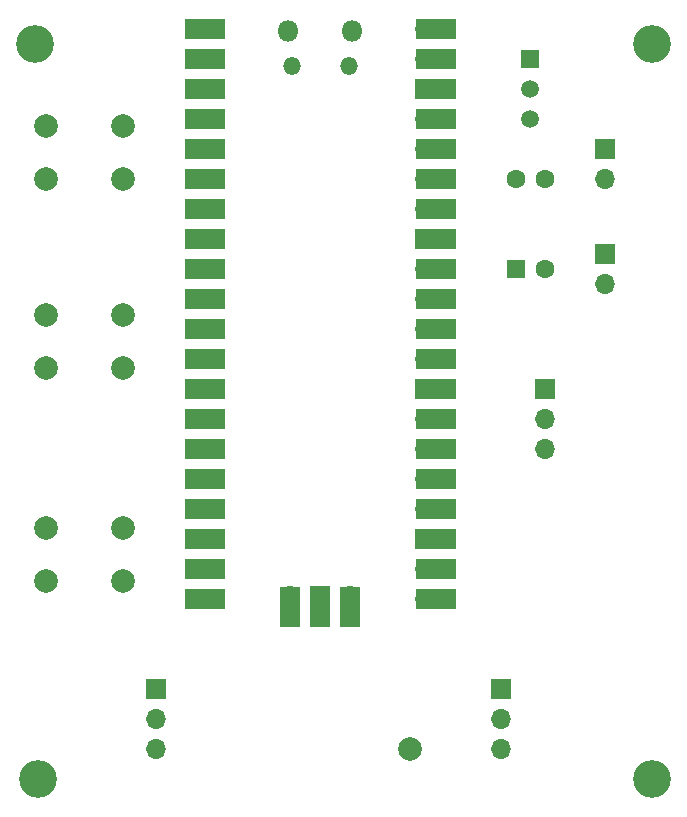
<source format=gbr>
%TF.GenerationSoftware,KiCad,Pcbnew,7.0.10*%
%TF.CreationDate,2024-01-07T12:32:19+09:00*%
%TF.ProjectId,main,6d61696e-2e6b-4696-9361-645f70636258,rev?*%
%TF.SameCoordinates,Original*%
%TF.FileFunction,Soldermask,Top*%
%TF.FilePolarity,Negative*%
%FSLAX46Y46*%
G04 Gerber Fmt 4.6, Leading zero omitted, Abs format (unit mm)*
G04 Created by KiCad (PCBNEW 7.0.10) date 2024-01-07 12:32:19*
%MOMM*%
%LPD*%
G01*
G04 APERTURE LIST*
%ADD10C,3.200000*%
%ADD11R,1.600000X1.600000*%
%ADD12C,1.600000*%
%ADD13C,2.000000*%
%ADD14R,1.700000X1.700000*%
%ADD15O,1.700000X1.700000*%
%ADD16O,1.800000X1.800000*%
%ADD17O,1.500000X1.500000*%
%ADD18R,3.500000X1.700000*%
%ADD19R,1.700000X3.500000*%
%ADD20R,1.500000X1.500000*%
%ADD21C,1.500000*%
G04 APERTURE END LIST*
D10*
%TO.C,H1*%
X106000000Y-116000000D03*
%TD*%
D11*
%TO.C,C1*%
X94490000Y-72860000D03*
D12*
X96990000Y-72860000D03*
%TD*%
D13*
%TO.C,SW3*%
X54750000Y-94750000D03*
X61250000Y-94750000D03*
X54750000Y-99250000D03*
X61250000Y-99250000D03*
%TD*%
%TO.C,SW2*%
X54750000Y-76750000D03*
X61250000Y-76750000D03*
X54750000Y-81250000D03*
X61250000Y-81250000D03*
%TD*%
D10*
%TO.C,H4*%
X106000000Y-53810000D03*
%TD*%
D13*
%TO.C,SW1*%
X54750000Y-60750000D03*
X61250000Y-60750000D03*
X54750000Y-65250000D03*
X61250000Y-65250000D03*
%TD*%
D12*
%TO.C,C2*%
X94490000Y-65240000D03*
X96990000Y-65240000D03*
%TD*%
D14*
%TO.C,J1*%
X96990000Y-83020000D03*
D15*
X96990000Y-85560000D03*
X96990000Y-88100000D03*
%TD*%
D14*
%TO.C,J4*%
X102070000Y-62700000D03*
D15*
X102070000Y-65240000D03*
%TD*%
D14*
%TO.C,J2*%
X93205000Y-108435000D03*
D15*
X93205000Y-110975000D03*
X93205000Y-113515000D03*
%TD*%
D14*
%TO.C,J5*%
X102070000Y-71590000D03*
D15*
X102070000Y-74130000D03*
%TD*%
D14*
%TO.C,J3*%
X63995000Y-108435000D03*
D15*
X63995000Y-110975000D03*
X63995000Y-113515000D03*
%TD*%
D16*
%TO.C,U1*%
X75215000Y-52670000D03*
D17*
X75515000Y-55700000D03*
X80365000Y-55700000D03*
D16*
X80665000Y-52670000D03*
D15*
X69050000Y-52540000D03*
D18*
X68150000Y-52540000D03*
D15*
X69050000Y-55080000D03*
D18*
X68150000Y-55080000D03*
D14*
X69050000Y-57620000D03*
D18*
X68150000Y-57620000D03*
D15*
X69050000Y-60160000D03*
D18*
X68150000Y-60160000D03*
D15*
X69050000Y-62700000D03*
D18*
X68150000Y-62700000D03*
D15*
X69050000Y-65240000D03*
D18*
X68150000Y-65240000D03*
D15*
X69050000Y-67780000D03*
D18*
X68150000Y-67780000D03*
D14*
X69050000Y-70320000D03*
D18*
X68150000Y-70320000D03*
D15*
X69050000Y-72860000D03*
D18*
X68150000Y-72860000D03*
D15*
X69050000Y-75400000D03*
D18*
X68150000Y-75400000D03*
D15*
X69050000Y-77940000D03*
D18*
X68150000Y-77940000D03*
D15*
X69050000Y-80480000D03*
D18*
X68150000Y-80480000D03*
D14*
X69050000Y-83020000D03*
D18*
X68150000Y-83020000D03*
D15*
X69050000Y-85560000D03*
D18*
X68150000Y-85560000D03*
D15*
X69050000Y-88100000D03*
D18*
X68150000Y-88100000D03*
D15*
X69050000Y-90640000D03*
D18*
X68150000Y-90640000D03*
D15*
X69050000Y-93180000D03*
D18*
X68150000Y-93180000D03*
D14*
X69050000Y-95720000D03*
D18*
X68150000Y-95720000D03*
D15*
X69050000Y-98260000D03*
D18*
X68150000Y-98260000D03*
D15*
X69050000Y-100800000D03*
D18*
X68150000Y-100800000D03*
D15*
X86830000Y-100800000D03*
D18*
X87730000Y-100800000D03*
D15*
X86830000Y-98260000D03*
D18*
X87730000Y-98260000D03*
D14*
X86830000Y-95720000D03*
D18*
X87730000Y-95720000D03*
D15*
X86830000Y-93180000D03*
D18*
X87730000Y-93180000D03*
D15*
X86830000Y-90640000D03*
D18*
X87730000Y-90640000D03*
D15*
X86830000Y-88100000D03*
D18*
X87730000Y-88100000D03*
D15*
X86830000Y-85560000D03*
D18*
X87730000Y-85560000D03*
D14*
X86830000Y-83020000D03*
D18*
X87730000Y-83020000D03*
D15*
X86830000Y-80480000D03*
D18*
X87730000Y-80480000D03*
D15*
X86830000Y-77940000D03*
D18*
X87730000Y-77940000D03*
D15*
X86830000Y-75400000D03*
D18*
X87730000Y-75400000D03*
D15*
X86830000Y-72860000D03*
D18*
X87730000Y-72860000D03*
D14*
X86830000Y-70320000D03*
D18*
X87730000Y-70320000D03*
D15*
X86830000Y-67780000D03*
D18*
X87730000Y-67780000D03*
D15*
X86830000Y-65240000D03*
D18*
X87730000Y-65240000D03*
D15*
X86830000Y-62700000D03*
D18*
X87730000Y-62700000D03*
D15*
X86830000Y-60160000D03*
D18*
X87730000Y-60160000D03*
D14*
X86830000Y-57620000D03*
D18*
X87730000Y-57620000D03*
D15*
X86830000Y-55080000D03*
D18*
X87730000Y-55080000D03*
D15*
X86830000Y-52540000D03*
D18*
X87730000Y-52540000D03*
D15*
X75400000Y-100570000D03*
D19*
X75400000Y-101470000D03*
D14*
X77940000Y-100570000D03*
D19*
X77940000Y-101470000D03*
D15*
X80480000Y-100570000D03*
D19*
X80480000Y-101470000D03*
%TD*%
D10*
%TO.C,H3*%
X53810000Y-53810000D03*
%TD*%
D20*
%TO.C,Q1*%
X95720000Y-55080000D03*
D21*
X95720000Y-57620000D03*
X95720000Y-60160000D03*
%TD*%
D10*
%TO.C,H2*%
X54000000Y-116000000D03*
%TD*%
D13*
%TO.C,TP1*%
X85560000Y-113500000D03*
%TD*%
M02*

</source>
